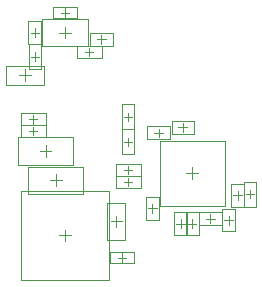
<source format=gbr>
%TF.GenerationSoftware,Altium Limited,Altium Designer,20.1.12 (249)*%
G04 Layer_Color=5220458*
%FSLAX45Y45*%
%MOMM*%
%TF.SameCoordinates,27206DED-D720-4121-B7EB-46A740E941A3*%
%TF.FilePolarity,Positive*%
%TF.FileFunction,Other,M16_-_Bottom_Courtyard*%
%TF.Part,Single*%
G01*
G75*
%TA.AperFunction,NonConductor*%
%ADD82C,0.05000*%
%ADD84C,0.10000*%
%ADD85C,0.01000*%
D82*
X802500Y2067500D02*
Y2167500D01*
X752500Y2117500D02*
X852500D01*
X607500Y2232499D02*
X997500D01*
X607500Y2002500D02*
X997500D01*
Y2232499D01*
X607500Y2002500D02*
Y2232499D01*
X424500Y776000D02*
X1175500D01*
X424500Y24000D02*
Y776000D01*
Y24000D02*
X1175500D01*
Y776000D01*
X750000Y400000D02*
X850000D01*
X800000Y350000D02*
Y450000D01*
D84*
X2152900Y652100D02*
Y712100D01*
Y1142900D01*
Y1202900D01*
X2092900D02*
X2152900D01*
X1662100D02*
X2092900D01*
X1602100D02*
X1662100D01*
X1602100Y1142900D02*
Y1202900D01*
Y712100D02*
Y1142900D01*
Y652100D02*
Y712100D01*
Y652100D02*
X1662100D01*
X2092900D01*
X2152900D01*
X1877500Y877500D02*
Y977500D01*
X1827500Y927500D02*
X1927500D01*
D85*
X302500Y1677500D02*
X622500D01*
Y1837500D01*
X302500D02*
X622500D01*
X302500Y1677500D02*
Y1837500D01*
X412500Y1757500D02*
X512500D01*
X462500Y1707500D02*
Y1807500D01*
X635000Y1232500D02*
Y1332500D01*
X425000Y1232500D02*
Y1332500D01*
X635000D01*
X425000Y1232500D02*
X635000D01*
X495000Y1282500D02*
X565000D01*
X530000Y1247500D02*
Y1317500D01*
X425000Y1332500D02*
Y1432500D01*
X635000Y1332500D02*
Y1432500D01*
X425000Y1332500D02*
X635000D01*
X425000Y1432500D02*
X635000D01*
X495000Y1382500D02*
X565000D01*
X530000Y1347500D02*
Y1417500D01*
X1297500Y1192500D02*
X1367500D01*
X1332500Y1157500D02*
Y1227500D01*
X1282500Y1087500D02*
Y1297500D01*
X1382500Y1087500D02*
Y1297500D01*
X1282500D02*
X1382500D01*
X1282500Y1087500D02*
X1382500D01*
X1297500Y1405000D02*
X1367500D01*
X1332500Y1370000D02*
Y1440000D01*
X1382500Y1300000D02*
Y1510000D01*
X1282500Y1300000D02*
Y1510000D01*
Y1300000D02*
X1382500D01*
X1282500Y1510000D02*
X1382500D01*
X2030000Y502500D02*
Y577500D01*
X1992500Y540000D02*
X2067500D01*
X1935000Y595000D02*
X2125000D01*
X1935000Y485000D02*
Y595000D01*
Y485000D02*
X2125000D01*
Y595000D01*
X1500000Y630000D02*
X1575000D01*
X1537500Y592500D02*
Y667500D01*
X1592500Y535000D02*
Y725000D01*
X1482500D02*
X1592500D01*
X1482500Y535000D02*
Y725000D01*
Y535000D02*
X1592500D01*
X2332500Y750000D02*
X2402500D01*
X2367500Y715000D02*
Y785000D01*
X2417500Y645000D02*
Y855000D01*
X2317500Y645000D02*
Y855000D01*
Y645000D02*
X2417500D01*
X2317500Y855000D02*
X2417500D01*
X2207501Y835000D02*
X2317500D01*
Y645000D02*
Y835000D01*
X2207501Y645000D02*
X2317500D01*
X2207501D02*
Y835000D01*
X2262500Y702500D02*
Y777500D01*
X2225000Y740000D02*
X2300000D01*
X2147500Y530000D02*
X2222500D01*
X2185000Y492500D02*
Y567500D01*
X2240000Y435000D02*
Y625000D01*
X2130000D02*
X2240000D01*
X2130000Y435000D02*
Y625000D01*
Y435000D02*
X2240000D01*
X1797500Y1277500D02*
Y1352500D01*
X1760000Y1315000D02*
X1835000D01*
X1702500Y1370000D02*
X1892500D01*
X1702500Y1260000D02*
Y1370000D01*
Y1260000D02*
X1892500D01*
Y1370000D01*
X1592500Y1230000D02*
Y1305000D01*
X1555000Y1267500D02*
X1630000D01*
X1497500Y1212500D02*
X1687500D01*
Y1322500D01*
X1497500D02*
X1687500D01*
X1497500Y1212500D02*
Y1322500D01*
X1005000Y1917500D02*
Y1987500D01*
X970000Y1952500D02*
X1040000D01*
X900000Y1902500D02*
X1110000D01*
X900000Y2002500D02*
X1110000D01*
X900000Y1902500D02*
Y2002500D01*
X1110000Y1902500D02*
Y2002500D01*
X512500Y1915000D02*
X582500D01*
X547500Y1880000D02*
Y1950000D01*
X497500Y1810000D02*
Y2020000D01*
X597500Y1810000D02*
Y2020000D01*
X497500D02*
X597500D01*
X497500Y1810000D02*
X597500D01*
X800000Y2252500D02*
Y2322500D01*
X765000Y2287500D02*
X835000D01*
X695000Y2237500D02*
X905000D01*
X695000Y2337500D02*
X905000D01*
X695000Y2237500D02*
Y2337500D01*
X905000Y2237500D02*
Y2337500D01*
X1107500Y2025000D02*
Y2100000D01*
X1070000Y2062500D02*
X1145000D01*
X1012500Y2117500D02*
X1202500D01*
X1012500Y2007500D02*
Y2117500D01*
Y2007500D02*
X1202500D01*
Y2117500D01*
X490000Y2022500D02*
X600000D01*
X490000D02*
Y2212500D01*
X600000D01*
Y2022500D02*
Y2212500D01*
X545000Y2080000D02*
Y2155000D01*
X507500Y2117500D02*
X582500D01*
X870001Y1000000D02*
Y1230000D01*
X400000Y1000000D02*
Y1230000D01*
X870001D01*
X400000Y1000000D02*
X870001D01*
X585000Y1115000D02*
X685000D01*
X635001Y1065000D02*
Y1165000D01*
X955000Y752500D02*
Y982500D01*
X485000Y752500D02*
Y982500D01*
X955000D01*
X485000Y752500D02*
X955000D01*
X670000Y867500D02*
X770000D01*
X720000Y817500D02*
Y917500D01*
X1335000Y917500D02*
Y987500D01*
X1300000Y952500D02*
X1370000D01*
X1230000Y1002500D02*
X1440000D01*
X1230000Y902500D02*
X1440000D01*
Y1002500D01*
X1230000Y902500D02*
Y1002500D01*
X1335000Y817500D02*
Y887500D01*
X1300000Y852500D02*
X1370000D01*
X1230000Y802500D02*
X1440000D01*
X1230000Y902500D02*
X1440000D01*
X1230000Y802500D02*
Y902500D01*
X1440000Y802500D02*
Y902500D01*
X1742500Y500000D02*
X1817500D01*
X1780000Y462500D02*
Y537500D01*
X1725000Y405000D02*
Y595000D01*
Y405000D02*
X1835000D01*
Y595000D01*
X1725000D02*
X1835000D01*
X1837501Y500000D02*
X1912501D01*
X1875001Y462500D02*
Y537500D01*
X1820001Y405000D02*
Y595000D01*
Y405000D02*
X1930000D01*
Y595000D01*
X1820001D02*
X1930000D01*
X1282500Y177500D02*
Y247500D01*
X1247500Y212500D02*
X1317500D01*
X1177500Y262500D02*
X1387500D01*
X1177500Y162500D02*
X1387500D01*
Y262500D01*
X1177500Y162500D02*
Y262500D01*
X1185000Y520000D02*
X1280000D01*
X1232500Y472500D02*
Y567500D01*
X1157500Y365000D02*
Y675000D01*
X1307500Y365000D02*
Y675000D01*
X1157500D02*
X1307500D01*
X1157500Y365000D02*
X1307500D01*
%TF.MD5,1bfff5c8ae1af59bb77d7e73c003ff4c*%
M02*

</source>
